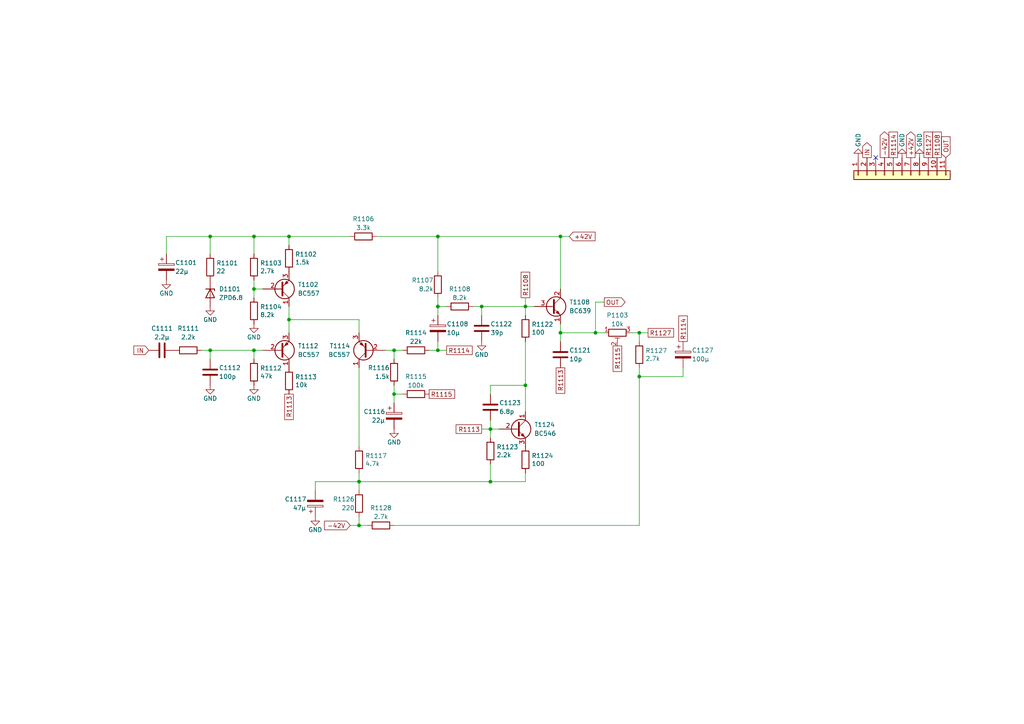
<source format=kicad_sch>
(kicad_sch (version 20230121) (generator eeschema)
  (paper "A4")
  (lib_symbols
    (symbol "Connector_Generic:Conn_01x11" (pin_names (offset 1.016) hide)
      (property "Reference" "J" (at 0 15.24 0))
      (property "Value" "Conn_01x11" (at 0 -15.24 0))
      (symbol "Conn_01x11_1_1"
        (rectangle (start -1.27 -12.573) (end 0 -12.827) (stroke (width 0.1524)))
        (rectangle (start -1.27 -10.033) (end 0 -10.287) (stroke (width 0.1524)))
        (rectangle (start -1.27 -7.493) (end 0 -7.747) (stroke (width 0.1524)))
        (rectangle (start -1.27 -4.953) (end 0 -5.207) (stroke (width 0.1524)))
        (rectangle (start -1.27 -2.413) (end 0 -2.667) (stroke (width 0.1524)))
        (rectangle (start -1.27 0.127) (end 0 -0.127) (stroke (width 0.1524)))
        (rectangle (start -1.27 2.667) (end 0 2.413) (stroke (width 0.1524)))
        (rectangle (start -1.27 5.207) (end 0 4.953) (stroke (width 0.1524)))
        (rectangle (start -1.27 7.747) (end 0 7.493) (stroke (width 0.1524)))
        (rectangle (start -1.27 10.287) (end 0 10.033) (stroke (width 0.1524)))
        (rectangle (start -1.27 12.827) (end 0 12.573) (stroke (width 0.1524)))
        (rectangle (start -1.27 13.97) (end 1.27 -13.97) (stroke (width 0.254)) (fill (type background)))
        (pin passive line (at -5.08 12.7 0) (length 3.81) (name "Pin_1") (number "1"))
        (pin passive line (at -5.08 -10.16 0) (length 3.81) (name "Pin_10") (number "10"))
        (pin passive line (at -5.08 -12.7 0) (length 3.81) (name "Pin_11") (number "11"))
        (pin passive line (at -5.08 10.16 0) (length 3.81) (name "Pin_2") (number "2"))
        (pin passive line (at -5.08 7.62 0) (length 3.81) (name "Pin_3") (number "3"))
        (pin passive line (at -5.08 5.08 0) (length 3.81) (name "Pin_4") (number "4"))
        (pin passive line (at -5.08 2.54 0) (length 3.81) (name "Pin_5") (number "5"))
        (pin passive line (at -5.08 0 0) (length 3.81) (name "Pin_6") (number "6"))
        (pin passive line (at -5.08 -2.54 0) (length 3.81) (name "Pin_7") (number "7"))
        (pin passive line (at -5.08 -5.08 0) (length 3.81) (name "Pin_8") (number "8"))
        (pin passive line (at -5.08 -7.62 0) (length 3.81) (name "Pin_9") (number "9"))
      )
    )
    (symbol "Device:C" (pin_numbers hide) (pin_names (offset 0.254))
      (property "Reference" "C" (at 0.635 2.54 0))
      (property "Value" "C" (at 0.635 -2.54 0))
      (symbol "C_0_1"
        (polyline (pts (xy -2.032 -0.762) (xy 2.032 -0.762)) (stroke (width 0.508)))
        (polyline (pts (xy -2.032 0.762) (xy 2.032 0.762)) (stroke (width 0.508)))
      )
      (symbol "C_1_1"
        (pin passive line (at 0 3.81 270) (length 2.794) (name "~") (number "1"))
        (pin passive line (at 0 -3.81 90) (length 2.794) (name "~") (number "2"))
      )
    )
    (symbol "Device:C_Polarized" (pin_numbers hide) (pin_names (offset 0.254))
      (property "Reference" "C" (at 0.635 2.54 0))
      (property "Value" "C_Polarized" (at 0.635 -2.54 0))
      (symbol "C_Polarized_0_1"
        (rectangle (start -2.286 0.508) (end 2.286 1.016))
        (polyline (pts (xy -1.778 2.286) (xy -0.762 2.286)))
        (polyline (pts (xy -1.27 2.794) (xy -1.27 1.778)))
        (rectangle (start 2.286 -0.508) (end -2.286 -1.016) (fill (type outline)))
      )
      (symbol "C_Polarized_1_1"
        (pin passive line (at 0 3.81 270) (length 2.794) (name "~") (number "1"))
        (pin passive line (at 0 -3.81 90) (length 2.794) (name "~") (number "2"))
      )
    )
    (symbol "Device:R" (pin_numbers hide) (pin_names (offset 0))
      (property "Reference" "R" (at 2.032 0 90))
      (property "Value" "R" (at 0 0 90))
      (symbol "R_0_1"
        (rectangle (start -1.016 -2.54) (end 1.016 2.54) (stroke (width 0.254)))
      )
      (symbol "R_1_1"
        (pin passive line (at 0 3.81 270) (length 1.27) (name "~") (number "1"))
        (pin passive line (at 0 -3.81 90) (length 1.27) (name "~") (number "2"))
      )
    )
    (symbol "Device:R_Potentiometer_Trim" (pin_names (offset 1.016) hide)
      (property "Reference" "RV" (at -4.445 0 90))
      (property "Value" "R_Potentiometer_Trim" (at -2.54 0 90))
      (symbol "R_Potentiometer_Trim_0_1"
        (polyline (pts (xy 1.524 0.762) (xy 1.524 -0.762)))
        (polyline (pts (xy 2.54 0) (xy 1.524 0)))
        (rectangle (start 1.016 2.54) (end -1.016 -2.54) (stroke (width 0.254)))
      )
      (symbol "R_Potentiometer_Trim_1_1"
        (pin passive line (at 0 3.81 270) (length 1.27) (name "1") (number "1"))
        (pin passive line (at 3.81 0 180) (length 1.27) (name "2") (number "2"))
        (pin passive line (at 0 -3.81 90) (length 1.27) (name "3") (number "3"))
      )
    )
    (symbol "Diode:ZPDxx" (pin_numbers hide) (pin_names hide)
      (property "Reference" "D" (at 0 2.54 0))
      (property "Value" "ZPDxx" (at 0 -2.54 0))
      (symbol "ZPDxx_0_1"
        (polyline (pts (xy 1.27 0) (xy -1.27 0)))
        (polyline (pts (xy -1.27 -1.27) (xy -1.27 1.27) (xy -0.762 1.27)) (stroke (width 0.254)))
        (polyline (pts (xy 1.27 -1.27) (xy 1.27 1.27) (xy -1.27 0) (xy 1.27 -1.27)) (stroke (width 0.254)))
      )
      (symbol "ZPDxx_1_1"
        (pin passive line (at -3.81 0 0) (length 2.54) (name "K") (number "1"))
        (pin passive line (at 3.81 0 180) (length 2.54) (name "A") (number "2"))
      )
    )
    (symbol "Transistor_BJT:2SC1815" (pin_names (offset 0) hide)
      (property "Reference" "Q" (at 5.08 1.905 0))
      (property "Value" "2SC1815" (at 5.08 0 0))
      (symbol "2SC1815_0_1"
        (polyline (pts (xy 0 0) (xy 0.508 0)))
        (polyline (pts (xy 0.635 0.635) (xy 2.54 2.54)))
        (polyline (pts (xy 0.635 -0.635) (xy 2.54 -2.54) (xy 2.54 -2.54)))
        (polyline (pts (xy 0.635 1.905) (xy 0.635 -1.905) (xy 0.635 -1.905)) (stroke (width 0.508)))
        (polyline (pts (xy 1.27 -1.778) (xy 1.778 -1.27) (xy 2.286 -2.286) (xy 1.27 -1.778) (xy 1.27 -1.778)) (fill (type outline)))
        (circle (center 1.27 0) (radius 2.8194) (stroke (width 0.254)))
      )
      (symbol "2SC1815_1_1"
        (pin passive line (at 2.54 -5.08 90) (length 2.54) (name "E") (number "1"))
        (pin passive line (at 2.54 5.08 270) (length 2.54) (name "C") (number "2"))
        (pin input line (at -5.08 0 0) (length 5.08) (name "B") (number "3"))
      )
    )
    (symbol "Transistor_BJT:BC546" (pin_names (offset 0) hide)
      (property "Reference" "Q" (at 5.08 1.905 0))
      (property "Value" "BC546" (at 5.08 0 0))
      (symbol "BC546_0_1"
        (polyline (pts (xy 0 0) (xy 0.635 0)))
        (polyline (pts (xy 0.635 0.635) (xy 2.54 2.54)))
        (polyline (pts (xy 0.635 -0.635) (xy 2.54 -2.54) (xy 2.54 -2.54)))
        (polyline (pts (xy 0.635 1.905) (xy 0.635 -1.905) (xy 0.635 -1.905)) (stroke (width 0.508)))
        (polyline (pts (xy 1.27 -1.778) (xy 1.778 -1.27) (xy 2.286 -2.286) (xy 1.27 -1.778) (xy 1.27 -1.778)) (fill (type outline)))
        (circle (center 1.27 0) (radius 2.8194) (stroke (width 0.254)))
      )
      (symbol "BC546_1_1"
        (pin passive line (at 2.54 5.08 270) (length 2.54) (name "C") (number "1"))
        (pin input line (at -5.08 0 0) (length 5.08) (name "B") (number "2"))
        (pin passive line (at 2.54 -5.08 90) (length 2.54) (name "E") (number "3"))
      )
    )
    (symbol "Transistor_BJT:BC556" (pin_names (offset 0) hide)
      (property "Reference" "Q" (at 5.08 1.905 0))
      (property "Value" "BC556" (at 5.08 0 0))
      (symbol "BC556_0_1"
        (polyline (pts (xy 0.635 0.635) (xy 2.54 2.54)))
        (polyline (pts (xy 0.635 -0.635) (xy 2.54 -2.54) (xy 2.54 -2.54)))
        (polyline (pts (xy 0.635 1.905) (xy 0.635 -1.905) (xy 0.635 -1.905)) (stroke (width 0.508)))
        (polyline (pts (xy 2.286 -1.778) (xy 1.778 -2.286) (xy 1.27 -1.27) (xy 2.286 -1.778) (xy 2.286 -1.778)) (fill (type outline)))
        (circle (center 1.27 0) (radius 2.8194) (stroke (width 0.254)))
      )
      (symbol "BC556_1_1"
        (pin passive line (at 2.54 5.08 270) (length 2.54) (name "C") (number "1"))
        (pin input line (at -5.08 0 0) (length 5.715) (name "B") (number "2"))
        (pin passive line (at 2.54 -5.08 90) (length 2.54) (name "E") (number "3"))
      )
    )
    (symbol "power:GND" (power) (pin_names (offset 0))
      (property "Value" "GND" (at 0 -3.81 0))
      (symbol "GND_0_1"
        (polyline (pts (xy 0 0) (xy 0 -1.27) (xy 1.27 -1.27) (xy 0 -2.54) (xy -1.27 -1.27) (xy 0 -1.27)))
      )
      (symbol "GND_1_1"
        (pin power_in line (at 0 0 270) (length 0) hide (name "GND") (number "1"))
      )
    )
  )
  (junction (at 60.96 101.6))
  (junction (at 114.3 114.3))
  (junction (at 162.56 68.58))
  (junction (at 83.82 92.71))
  (junction (at 104.14 152.4))
  (junction (at 139.7 88.9))
  (junction (at 73.66 68.58))
  (junction (at 185.42 109.22))
  (junction (at 127 101.6))
  (junction (at 60.96 68.58))
  (junction (at 152.4 88.9))
  (junction (at 104.14 139.7))
  (junction (at 73.66 83.82))
  (junction (at 185.42 96.52))
  (junction (at 142.24 139.7))
  (junction (at 127 88.9))
  (junction (at 114.3 101.6))
  (junction (at 142.24 124.46))
  (junction (at 152.4 111.76))
  (junction (at 83.82 68.58))
  (junction (at 127 68.58))
  (junction (at 172.72 96.52))
  (junction (at 162.56 96.52))
  (junction (at 73.66 101.6))
  (no_connect (at 254 45.72))
  (wire (pts (xy 162.56 83.82) (xy 162.56 68.58)))
  (wire (pts (xy 114.3 114.3) (xy 114.3 116.84)))
  (wire (pts (xy 182.88 96.52) (xy 185.42 96.52)))
  (wire (pts (xy 127 68.58) (xy 162.56 68.58)))
  (wire (pts (xy 127 86.36) (xy 127 88.9)))
  (wire (pts (xy 127 88.9) (xy 129.54 88.9)))
  (wire (pts (xy 142.24 139.7) (xy 142.24 134.62)))
  (wire (pts (xy 127 68.58) (xy 127 78.74)))
  (wire (pts (xy 175.26 87.63) (xy 172.72 87.63)))
  (wire (pts (xy 91.44 139.7) (xy 91.44 142.24)))
  (wire (pts (xy 73.66 68.58) (xy 60.96 68.58)))
  (wire (pts (xy 104.14 96.52) (xy 104.14 92.71)))
  (wire (pts (xy 91.44 139.7) (xy 104.14 139.7)))
  (wire (pts (xy 83.82 92.71) (xy 83.82 96.52)))
  (wire (pts (xy 73.66 101.6) (xy 73.66 104.14)))
  (wire (pts (xy 152.4 111.76) (xy 142.24 111.76)))
  (wire (pts (xy 127 99.06) (xy 127 101.6)))
  (wire (pts (xy 104.14 137.16) (xy 104.14 139.7)))
  (wire (pts (xy 58.42 101.6) (xy 60.96 101.6)))
  (wire (pts (xy 144.78 124.46) (xy 142.24 124.46)))
  (wire (pts (xy 83.82 68.58) (xy 73.66 68.58)))
  (wire (pts (xy 185.42 96.52) (xy 185.42 99.06)))
  (wire (pts (xy 152.4 86.36) (xy 152.4 88.9)))
  (wire (pts (xy 104.14 106.68) (xy 104.14 129.54)))
  (wire (pts (xy 48.26 68.58) (xy 48.26 73.66)))
  (wire (pts (xy 73.66 83.82) (xy 76.2 83.82)))
  (wire (pts (xy 152.4 88.9) (xy 152.4 91.44)))
  (wire (pts (xy 139.7 88.9) (xy 152.4 88.9)))
  (wire (pts (xy 152.4 137.16) (xy 152.4 139.7)))
  (wire (pts (xy 139.7 88.9) (xy 139.7 91.44)))
  (wire (pts (xy 185.42 152.4) (xy 185.42 109.22)))
  (wire (pts (xy 152.4 119.38) (xy 152.4 111.76)))
  (wire (pts (xy 114.3 111.76) (xy 114.3 114.3)))
  (wire (pts (xy 152.4 139.7) (xy 142.24 139.7)))
  (wire (pts (xy 60.96 101.6) (xy 73.66 101.6)))
  (wire (pts (xy 198.12 106.68) (xy 198.12 109.22)))
  (wire (pts (xy 172.72 87.63) (xy 172.72 96.52)))
  (wire (pts (xy 185.42 109.22) (xy 198.12 109.22)))
  (wire (pts (xy 104.14 92.71) (xy 83.82 92.71)))
  (wire (pts (xy 127 88.9) (xy 127 91.44)))
  (wire (pts (xy 142.24 111.76) (xy 142.24 114.3)))
  (wire (pts (xy 83.82 88.9) (xy 83.82 92.71)))
  (wire (pts (xy 114.3 152.4) (xy 185.42 152.4)))
  (wire (pts (xy 104.14 139.7) (xy 104.14 142.24)))
  (wire (pts (xy 152.4 99.06) (xy 152.4 111.76)))
  (wire (pts (xy 104.14 139.7) (xy 142.24 139.7)))
  (wire (pts (xy 162.56 96.52) (xy 162.56 99.06)))
  (wire (pts (xy 83.82 68.58) (xy 101.6 68.58)))
  (wire (pts (xy 73.66 81.28) (xy 73.66 83.82)))
  (wire (pts (xy 152.4 88.9) (xy 154.94 88.9)))
  (wire (pts (xy 162.56 68.58) (xy 165.1 68.58)))
  (wire (pts (xy 185.42 96.52) (xy 187.96 96.52)))
  (wire (pts (xy 127 101.6) (xy 129.54 101.6)))
  (wire (pts (xy 101.6 152.4) (xy 104.14 152.4)))
  (wire (pts (xy 60.96 68.58) (xy 60.96 73.66)))
  (wire (pts (xy 114.3 101.6) (xy 114.3 104.14)))
  (wire (pts (xy 162.56 93.98) (xy 162.56 96.52)))
  (wire (pts (xy 73.66 68.58) (xy 73.66 73.66)))
  (wire (pts (xy 114.3 114.3) (xy 116.84 114.3)))
  (wire (pts (xy 60.96 101.6) (xy 60.96 104.14)))
  (wire (pts (xy 127 101.6) (xy 124.46 101.6)))
  (wire (pts (xy 104.14 152.4) (xy 106.68 152.4)))
  (wire (pts (xy 109.22 68.58) (xy 127 68.58)))
  (wire (pts (xy 83.82 71.12) (xy 83.82 68.58)))
  (wire (pts (xy 73.66 83.82) (xy 73.66 86.36)))
  (wire (pts (xy 172.72 96.52) (xy 175.26 96.52)))
  (wire (pts (xy 185.42 109.22) (xy 185.42 106.68)))
  (wire (pts (xy 142.24 121.92) (xy 142.24 124.46)))
  (wire (pts (xy 111.76 101.6) (xy 114.3 101.6)))
  (wire (pts (xy 139.7 124.46) (xy 142.24 124.46)))
  (wire (pts (xy 73.66 101.6) (xy 76.2 101.6)))
  (wire (pts (xy 114.3 101.6) (xy 116.84 101.6)))
  (wire (pts (xy 104.14 149.86) (xy 104.14 152.4)))
  (wire (pts (xy 60.96 68.58) (xy 48.26 68.58)))
  (wire (pts (xy 162.56 96.52) (xy 172.72 96.52)))
  (wire (pts (xy 137.16 88.9) (xy 139.7 88.9)))
  (wire (pts (xy 142.24 124.46) (xy 142.24 127)))
  (global_label "R1115" (shape passive) (at 124.46 114.3 0) (property "Intersheetrefs" "${INTERSHEET_REFS}" (effects hide)))
  (global_label "IN" (shape input) (at 43.18 101.6 180) (property "Intersheetrefs" "${INTERSHEET_REFS}" (effects hide)))
  (global_label "IN" (shape output) (at 251.46 45.72 90) (property "Intersheetrefs" "${INTERSHEET_REFS}" (effects hide)))
  (global_label "R1127" (shape passive) (at 269.24 45.72 90) (property "Intersheetrefs" "${INTERSHEET_REFS}" (effects hide)))
  (global_label "R1114" (shape passive) (at 259.08 45.72 90) (property "Intersheetrefs" "${INTERSHEET_REFS}" (effects hide)))
  (global_label "R1115" (shape passive) (at 179.07 100.33 270) (property "Intersheetrefs" "${INTERSHEET_REFS}" (effects hide)))
  (global_label "OUT" (shape input) (at 274.32 45.72 90) (property "Intersheetrefs" "${INTERSHEET_REFS}" (effects hide)))
  (global_label "R1113" (shape passive) (at 162.56 106.68 270) (property "Intersheetrefs" "${INTERSHEET_REFS}" (effects hide)))
  (global_label "-42V" (shape output) (at 256.54 45.72 90) (property "Intersheetrefs" "${INTERSHEET_REFS}" (effects hide)))
  (global_label "R1127" (shape passive) (at 187.96 96.52 0) (property "Intersheetrefs" "${INTERSHEET_REFS}" (effects hide)))
  (global_label "+42V" (shape input) (at 165.1 68.58 0) (property "Intersheetrefs" "${INTERSHEET_REFS}" (effects hide)))
  (global_label "R1113" (shape passive) (at 83.82 114.3 270) (property "Intersheetrefs" "${INTERSHEET_REFS}" (effects hide)))
  (global_label "+42V" (shape output) (at 264.16 45.72 90) (property "Intersheetrefs" "${INTERSHEET_REFS}" (effects hide)))
  (global_label "R1108" (shape passive) (at 152.4 86.36 90) (property "Intersheetrefs" "${INTERSHEET_REFS}" (effects hide)))
  (global_label "OUT" (shape output) (at 175.26 87.63 0) (property "Intersheetrefs" "${INTERSHEET_REFS}" (effects hide)))
  (global_label "-42V" (shape input) (at 101.6 152.4 180) (property "Intersheetrefs" "${INTERSHEET_REFS}" (effects hide)))
  (global_label "R1114" (shape passive) (at 129.54 101.6 0) (property "Intersheetrefs" "${INTERSHEET_REFS}" (effects hide)))
  (global_label "R1114" (shape passive) (at 198.12 99.06 90) (property "Intersheetrefs" "${INTERSHEET_REFS}" (effects hide)))
  (global_label "R1113" (shape passive) (at 139.7 124.46 180) (property "Intersheetrefs" "${INTERSHEET_REFS}" (effects hide)))
  (global_label "R1108" (shape passive) (at 271.78 45.72 90) (property "Intersheetrefs" "${INTERSHEET_REFS}" (effects hide)))
  (symbol (lib_id "Connector_Generic:Conn_01x11") (at 261.62 50.8 90) (mirror x) (unit 1)
    (property "Reference" "J1" (effects hide))
    (property "Value" "Conn_01x13" (effects hide))
    (property "Footprint" "NF-Filter-Modul:Connector_01x11_5mm" (effects hide))
  )
  (symbol (lib_id "Device:C") (at 162.56 102.87 0) (unit 1)
    (property "Reference" "C1121" (at 165.1 101.6 0) (effects (justify left)))
    (property "Value" "10p" (at 165.1 104.14 0) (effects (justify left)))
    (property "Footprint" "Capacitor_THT:C_Disc_D4.3mm_W1.9mm_P5.00mm" (effects hide))
  )
  (symbol (lib_id "Device:C") (at 60.96 107.95 0) (unit 1)
    (property "Reference" "C1112" (at 63.5 106.68 0) (effects (justify left)))
    (property "Value" "100p" (at 63.5 109.22 0) (effects (justify left)))
    (property "Footprint" "Capacitor_THT:C_Disc_D4.3mm_W1.9mm_P5.00mm" (effects hide))
  )
  (symbol (lib_id "Device:R") (at 83.82 74.93 0) (unit 1)
    (property "Reference" "R1102" (at 85.598 73.7616 0) (effects (justify left)))
    (property "Value" "1.5k" (at 85.598 76.073 0) (effects (justify left)))
    (property "Footprint" "Resistor_THT:R_Axial_DIN0207_L6.3mm_D2.5mm_P10.16mm_Horizontal" (effects hide))
  )
  (symbol (lib_id "Device:C_Polarized") (at 48.26 77.47 0) (unit 1)
    (property "Reference" "C1101" (at 50.8 76.2 0) (effects (justify left)))
    (property "Value" "22µ" (at 50.8 78.74 0) (effects (justify left)))
    (property "Footprint" "Capacitor_THT:CP_Radial_D5.0mm_P2.00mm" (effects hide))
  )
  (symbol (lib_id "Device:C_Polarized") (at 114.3 120.65 0) (unit 1)
    (property "Reference" "C1116" (at 111.76 119.38 0) (effects (justify right)))
    (property "Value" "22µ" (at 111.76 121.92 0) (effects (justify right)))
    (property "Footprint" "Capacitor_THT:CP_Radial_D5.0mm_P2.00mm" (effects hide))
  )
  (symbol (lib_id "Device:R") (at 114.3 107.95 0) (unit 1)
    (property "Reference" "R1116" (at 113.03 106.68 0) (effects (justify right)))
    (property "Value" "1.5k" (at 113.03 109.22 0) (effects (justify right)))
    (property "Footprint" "Resistor_THT:R_Axial_DIN0207_L6.3mm_D2.5mm_P10.16mm_Horizontal" (effects hide))
  )
  (symbol (lib_id "Device:C_Polarized") (at 198.12 102.87 0) (unit 1)
    (property "Reference" "C1127" (at 200.66 101.6 0) (effects (justify left)))
    (property "Value" "100µ" (at 200.66 104.14 0) (effects (justify left)))
    (property "Footprint" "Capacitor_THT:CP_Radial_D8.0mm_P3.50mm" (effects hide))
  )
  (symbol (lib_id "Device:R") (at 127 82.55 0) (unit 1)
    (property "Reference" "R1107" (at 125.73 81.28 0) (effects (justify right)))
    (property "Value" "8.2k" (at 125.73 83.82 0) (effects (justify right)))
    (property "Footprint" "Resistor_THT:R_Axial_DIN0207_L6.3mm_D2.5mm_P10.16mm_Horizontal" (effects hide))
  )
  (symbol (lib_id "power:GND") (at 261.62 45.72 180) (unit 1)
    (property "Reference" "#PWR010" (effects hide))
    (property "Value" "GND" (at 261.62 40.64 90))
  )
  (symbol (lib_id "Device:R") (at 73.66 90.17 0) (unit 1)
    (property "Reference" "R1104" (at 75.438 89.0016 0) (effects (justify left)))
    (property "Value" "8.2k" (at 75.438 91.313 0) (effects (justify left)))
    (property "Footprint" "Resistor_THT:R_Axial_DIN0207_L6.3mm_D2.5mm_P10.16mm_Horizontal" (effects hide))
  )
  (symbol (lib_id "Device:R") (at 104.14 146.05 0) (unit 1)
    (property "Reference" "R1126" (at 102.87 144.78 0) (effects (justify right)))
    (property "Value" "220" (at 102.87 147.32 0) (effects (justify right)))
    (property "Footprint" "Resistor_THT:R_Axial_DIN0207_L6.3mm_D2.5mm_P10.16mm_Horizontal" (effects hide))
  )
  (symbol (lib_id "power:GND") (at 114.3 124.46 0) (unit 1)
    (property "Reference" "#PWR06" (effects hide))
    (property "Value" "GND" (at 114.3 128.27 0))
  )
  (symbol (lib_id "power:GND") (at 73.66 111.76 0) (unit 1)
    (property "Reference" "#PWR02" (effects hide))
    (property "Value" "GND" (at 73.66 115.57 0))
  )
  (symbol (lib_id "Device:R") (at 104.14 133.35 0) (unit 1)
    (property "Reference" "R1117" (at 105.918 132.1816 0) (effects (justify left)))
    (property "Value" "4.7k" (at 105.918 134.493 0) (effects (justify left)))
    (property "Footprint" "Resistor_THT:R_Axial_DIN0207_L6.3mm_D2.5mm_P10.16mm_Horizontal" (effects hide))
  )
  (symbol (lib_id "Device:R") (at 152.4 95.25 0) (unit 1)
    (property "Reference" "R1122" (at 154.178 94.0816 0) (effects (justify left)))
    (property "Value" "100" (at 154.178 96.393 0) (effects (justify left)))
    (property "Footprint" "Resistor_THT:R_Axial_DIN0207_L6.3mm_D2.5mm_P10.16mm_Horizontal" (effects hide))
  )
  (symbol (lib_id "Device:C") (at 142.24 118.11 0) (unit 1)
    (property "Reference" "C1123" (at 144.78 116.84 0) (effects (justify left)))
    (property "Value" "6.8p" (at 144.78 119.38 0) (effects (justify left)))
    (property "Footprint" "Capacitor_THT:C_Disc_D4.3mm_W1.9mm_P5.00mm" (effects hide))
  )
  (symbol (lib_id "power:GND") (at 73.66 93.98 0) (unit 1)
    (property "Reference" "#PWR03" (effects hide))
    (property "Value" "GND" (at 73.66 97.79 0))
  )
  (symbol (lib_id "power:GND") (at 266.7 45.72 180) (unit 1)
    (property "Reference" "#PWR012" (effects hide))
    (property "Value" "GND" (at 266.7 40.64 90))
  )
  (symbol (lib_id "Transistor_BJT:BC556") (at 81.28 83.82 0) (mirror x) (unit 1)
    (property "Reference" "T1102" (at 86.36 82.55 0) (effects (justify left)))
    (property "Value" "BC557" (at 86.36 85.09 0) (effects (justify left)))
    (property "Footprint" "Package_TO_SOT_THT:TO-92_Wide" (effects hide))
    (property "Datasheet" "https://www.onsemi.com/pub/Collateral/BC556BTA-D.pdf" (effects hide))
  )
  (symbol (lib_id "power:GND") (at 60.96 88.9 0) (unit 1)
    (property "Reference" "#PWR04" (effects hide))
    (property "Value" "GND" (at 60.96 92.71 0))
  )
  (symbol (lib_id "Device:C") (at 139.7 95.25 0) (unit 1)
    (property "Reference" "C1122" (at 142.24 93.98 0) (effects (justify left)))
    (property "Value" "39p" (at 142.24 96.52 0) (effects (justify left)))
    (property "Footprint" "Capacitor_THT:C_Disc_D4.3mm_W1.9mm_P5.00mm" (effects hide))
  )
  (symbol (lib_id "Device:C") (at 46.99 101.6 90) (unit 1)
    (property "Reference" "C1111" (at 46.99 95.25 90))
    (property "Value" "2.2µ" (at 46.99 97.79 90))
    (property "Footprint" "Capacitor_THT:C_Rect_L7.2mm_W7.2mm_P5.00mm_FKS2_FKP2_MKS2_MKP2" (effects hide))
  )
  (symbol (lib_id "power:GND") (at 60.96 111.76 0) (unit 1)
    (property "Reference" "#PWR01" (effects hide))
    (property "Value" "GND" (at 60.96 115.57 0))
  )
  (symbol (lib_id "Device:R") (at 105.41 68.58 90) (unit 1)
    (property "Reference" "R1106" (at 105.41 63.5 90))
    (property "Value" "3.3k" (at 105.41 66.04 90))
    (property "Footprint" "Resistor_THT:R_Axial_DIN0411_L9.9mm_D3.6mm_P15.24mm_Horizontal" (effects hide))
  )
  (symbol (lib_id "Device:R") (at 73.66 107.95 0) (unit 1)
    (property "Reference" "R1112" (at 75.438 106.7816 0) (effects (justify left)))
    (property "Value" "47k" (at 75.438 109.093 0) (effects (justify left)))
    (property "Footprint" "Resistor_THT:R_Axial_DIN0207_L6.3mm_D2.5mm_P10.16mm_Horizontal" (effects hide))
  )
  (symbol (lib_id "Device:R") (at 185.42 102.87 0) (unit 1)
    (property "Reference" "R1127" (at 187.198 101.7016 0) (effects (justify left)))
    (property "Value" "2.7k" (at 187.198 104.013 0) (effects (justify left)))
    (property "Footprint" "Resistor_THT:R_Axial_DIN0207_L6.3mm_D2.5mm_P10.16mm_Horizontal" (effects hide))
  )
  (symbol (lib_id "Device:R") (at 133.35 88.9 90) (unit 1)
    (property "Reference" "R1108" (at 133.35 83.82 90))
    (property "Value" "8.2k" (at 133.35 86.36 90))
    (property "Footprint" "Resistor_THT:R_Axial_DIN0207_L6.3mm_D2.5mm_P10.16mm_Horizontal" (effects hide))
  )
  (symbol (lib_id "Device:R") (at 120.65 101.6 90) (unit 1)
    (property "Reference" "R1114" (at 120.65 96.52 90))
    (property "Value" "22k" (at 120.65 99.06 90))
    (property "Footprint" "Resistor_THT:R_Axial_DIN0207_L6.3mm_D2.5mm_P10.16mm_Horizontal" (effects hide))
  )
  (symbol (lib_id "Device:C_Polarized") (at 127 95.25 0) (unit 1)
    (property "Reference" "C1108" (at 129.54 93.98 0) (effects (justify left)))
    (property "Value" "10µ" (at 129.54 96.52 0) (effects (justify left)))
    (property "Footprint" "Capacitor_THT:CP_Radial_D5.0mm_P2.00mm" (effects hide))
  )
  (symbol (lib_id "power:GND") (at 48.26 81.28 0) (unit 1)
    (property "Reference" "#PWR05" (effects hide))
    (property "Value" "GND" (at 48.26 85.09 0))
  )
  (symbol (lib_id "power:GND") (at 248.92 45.72 180) (unit 1)
    (property "Reference" "#PWR011" (effects hide))
    (property "Value" "GND" (at 248.92 40.64 90))
  )
  (symbol (lib_id "Device:R") (at 73.66 77.47 0) (unit 1)
    (property "Reference" "R1103" (at 75.438 76.3016 0) (effects (justify left)))
    (property "Value" "2.7k" (at 75.438 78.613 0) (effects (justify left)))
    (property "Footprint" "Resistor_THT:R_Axial_DIN0207_L6.3mm_D2.5mm_P10.16mm_Horizontal" (effects hide))
  )
  (symbol (lib_id "Transistor_BJT:BC546") (at 149.86 124.46 0) (unit 1)
    (property "Reference" "T1124" (at 154.94 123.19 0) (effects (justify left)))
    (property "Value" "BC546" (at 154.94 125.73 0) (effects (justify left)))
    (property "Footprint" "Package_TO_SOT_THT:TO-92_Wide" (effects hide))
    (property "Datasheet" "https://www.onsemi.com/pub/Collateral/BC550-D.pdf" (effects hide))
  )
  (symbol (lib_id "Transistor_BJT:BC556") (at 106.68 101.6 180) (unit 1)
    (property "Reference" "T1114" (at 101.6 100.33 0) (effects (justify left)))
    (property "Value" "BC557" (at 101.6 102.87 0) (effects (justify left)))
    (property "Footprint" "Package_TO_SOT_THT:TO-92_Wide" (effects hide))
    (property "Datasheet" "https://www.onsemi.com/pub/Collateral/BC556BTA-D.pdf" (effects hide))
  )
  (symbol (lib_id "Diode:ZPDxx") (at 60.96 85.09 270) (unit 1)
    (property "Reference" "D1101" (at 63.5 83.82 90) (effects (justify left)))
    (property "Value" "ZPD6.8" (at 63.5 86.36 90) (effects (justify left)))
    (property "Footprint" "Diode_THT:D_DO-35_SOD27_P10.16mm_Horizontal" (effects hide))
    (property "Datasheet" "http://diotec.com/tl_files/diotec/files/pdf/datasheets/zpd1" (effects hide))
  )
  (symbol (lib_id "Device:R_Potentiometer_Trim") (at 179.07 96.52 90) (mirror x) (unit 1)
    (property "Reference" "P1103" (at 179.07 91.44 90))
    (property "Value" "10k" (at 179.07 93.98 90))
    (property "Footprint" "Potentiometer_THT:Potentiometer_Piher_PT-10-H01_Horizontal" (effects hide))
  )
  (symbol (lib_id "Device:R") (at 60.96 77.47 0) (unit 1)
    (property "Reference" "R1101" (at 62.738 76.3016 0) (effects (justify left)))
    (property "Value" "22" (at 62.738 78.613 0) (effects (justify left)))
    (property "Footprint" "Resistor_THT:R_Axial_DIN0207_L6.3mm_D2.5mm_P10.16mm_Horizontal" (effects hide))
  )
  (symbol (lib_id "Device:C_Polarized") (at 91.44 146.05 0) (mirror x) (unit 1)
    (property "Reference" "C1117" (at 88.9 144.78 0) (effects (justify right)))
    (property "Value" "47µ" (at 88.9 147.32 0) (effects (justify right)))
    (property "Footprint" "Capacitor_THT:CP_Radial_D8.0mm_P3.50mm" (effects hide))
  )
  (symbol (lib_id "Device:R") (at 152.4 133.35 0) (unit 1)
    (property "Reference" "R1124" (at 154.178 132.1816 0) (effects (justify left)))
    (property "Value" "100" (at 154.178 134.493 0) (effects (justify left)))
    (property "Footprint" "Resistor_THT:R_Axial_DIN0207_L6.3mm_D2.5mm_P10.16mm_Horizontal" (effects hide))
  )
  (symbol (lib_id "Transistor_BJT:BC556") (at 81.28 101.6 0) (mirror x) (unit 1)
    (property "Reference" "T1112" (at 86.36 100.33 0) (effects (justify left)))
    (property "Value" "BC557" (at 86.36 102.87 0) (effects (justify left)))
    (property "Footprint" "Package_TO_SOT_THT:TO-92_Wide" (effects hide))
    (property "Datasheet" "https://www.onsemi.com/pub/Collateral/BC556BTA-D.pdf" (effects hide))
  )
  (symbol (lib_id "Transistor_BJT:2SC1815") (at 160.02 88.9 0) (unit 1)
    (property "Reference" "T1108" (at 165.1 87.63 0) (effects (justify left)))
    (property "Value" "BC639" (at 165.1 90.17 0) (effects (justify left)))
    (property "Footprint" "Package_TO_SOT_THT:TO-92_Wide" (effects hide))
  )
  (symbol (lib_id "power:GND") (at 91.44 149.86 0) (unit 1)
    (property "Reference" "#PWR07" (effects hide))
    (property "Value" "GND" (at 91.44 153.67 0))
  )
  (symbol (lib_id "Device:R") (at 142.24 130.81 0) (unit 1)
    (property "Reference" "R1123" (at 144.018 129.6416 0) (effects (justify left)))
    (property "Value" "2.2k" (at 144.018 131.953 0) (effects (justify left)))
    (property "Footprint" "Resistor_THT:R_Axial_DIN0207_L6.3mm_D2.5mm_P10.16mm_Horizontal" (effects hide))
  )
  (symbol (lib_id "Device:R") (at 120.65 114.3 90) (unit 1)
    (property "Reference" "R1115" (at 120.65 109.22 90))
    (property "Value" "100k" (at 120.65 111.76 90))
    (property "Footprint" "Resistor_THT:R_Axial_DIN0207_L6.3mm_D2.5mm_P10.16mm_Horizontal" (effects hide))
  )
  (symbol (lib_id "Device:R") (at 110.49 152.4 90) (unit 1)
    (property "Reference" "R1128" (at 110.49 147.32 90))
    (property "Value" "2.7k" (at 110.49 149.86 90))
    (property "Footprint" "Resistor_THT:R_Axial_DIN0207_L6.3mm_D2.5mm_P10.16mm_Horizontal" (effects hide))
  )
  (symbol (lib_id "power:GND") (at 139.7 99.06 0) (unit 1)
    (property "Reference" "#PWR09" (effects hide))
    (property "Value" "GND" (at 139.7 102.87 0))
  )
  (symbol (lib_id "Device:R") (at 54.61 101.6 90) (unit 1)
    (property "Reference" "R1111" (at 54.61 95.25 90))
    (property "Value" "2.2k" (at 54.61 97.79 90))
    (property "Footprint" "Resistor_THT:R_Axial_DIN0207_L6.3mm_D2.5mm_P10.16mm_Horizontal" (effects hide))
  )
  (symbol (lib_id "Device:R") (at 83.82 110.49 0) (unit 1)
    (property "Reference" "R1113" (at 85.598 109.3216 0) (effects (justify left)))
    (property "Value" "10k" (at 85.598 111.633 0) (effects (justify left)))
    (property "Footprint" "Resistor_THT:R_Axial_DIN0207_L6.3mm_D2.5mm_P10.16mm_Horizontal" (effects hide))
  )
)
</source>
